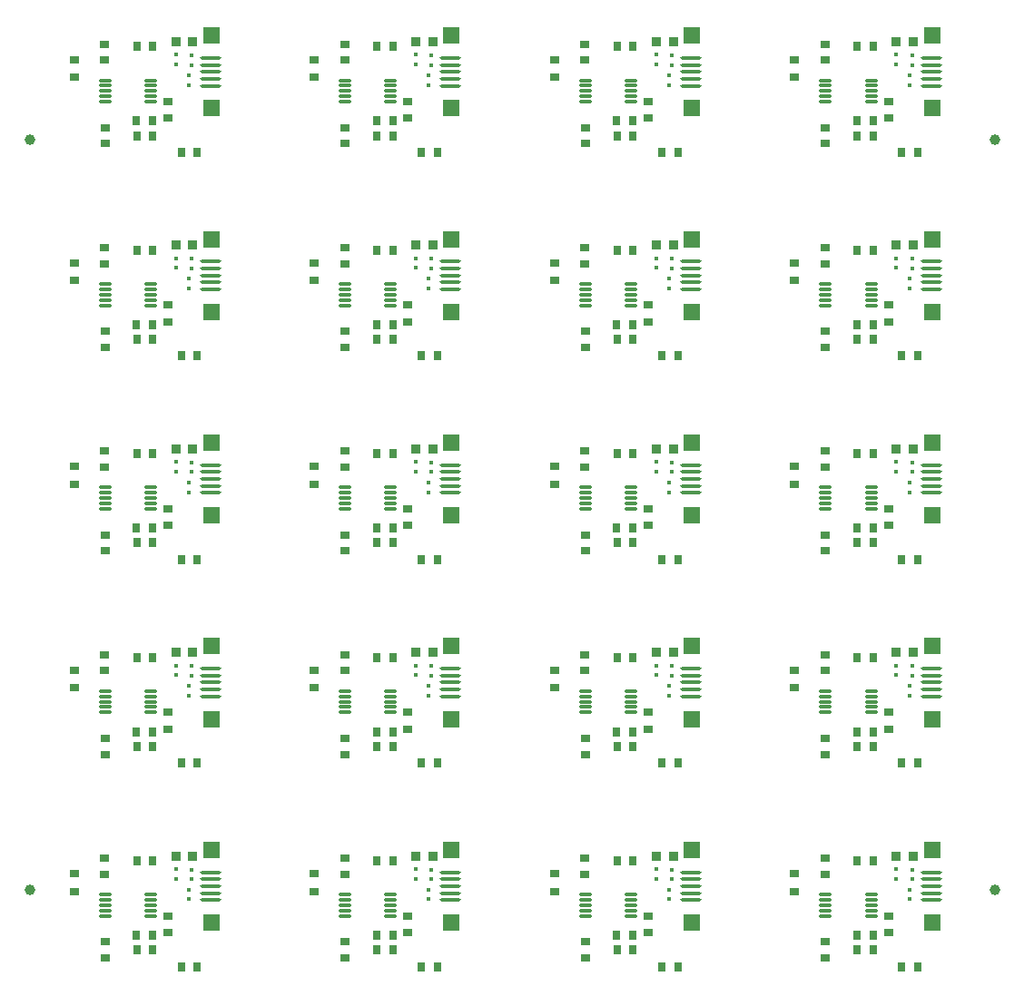
<source format=gbr>
%TF.GenerationSoftware,Altium Limited,Altium Designer,20.1.8 (145)*%
G04 Layer_Color=128*
%FSLAX45Y45*%
%MOMM*%
%TF.SameCoordinates,31433496-A159-4958-A2C2-D52C18178038*%
%TF.FilePolarity,Positive*%
%TF.FileFunction,Paste,Bot*%
%TF.Part,CustomerPanel*%
G01*
G75*
%TA.AperFunction,SMDPad,CuDef*%
%ADD10C,1.00000*%
%ADD17O,1.25000X0.30000*%
G04:AMPARAMS|DCode=18|XSize=1.6mm|YSize=1.6mm|CornerRadius=0.008mm|HoleSize=0mm|Usage=FLASHONLY|Rotation=270.000|XOffset=0mm|YOffset=0mm|HoleType=Round|Shape=RoundedRectangle|*
%AMROUNDEDRECTD18*
21,1,1.60000,1.58400,0,0,270.0*
21,1,1.58400,1.60000,0,0,270.0*
1,1,0.01600,-0.79200,-0.79200*
1,1,0.01600,-0.79200,0.79200*
1,1,0.01600,0.79200,0.79200*
1,1,0.01600,0.79200,-0.79200*
%
%ADD18ROUNDEDRECTD18*%
%TA.AperFunction,ConnectorPad*%
G04:AMPARAMS|DCode=19|XSize=0.35mm|YSize=2mm|CornerRadius=0.175mm|HoleSize=0mm|Usage=FLASHONLY|Rotation=270.000|XOffset=0mm|YOffset=0mm|HoleType=Round|Shape=RoundedRectangle|*
%AMROUNDEDRECTD19*
21,1,0.35000,1.65000,0,0,270.0*
21,1,0.00000,2.00000,0,0,270.0*
1,1,0.35000,-0.82500,0.00000*
1,1,0.35000,-0.82500,0.00000*
1,1,0.35000,0.82500,0.00000*
1,1,0.35000,0.82500,0.00000*
%
%ADD19ROUNDEDRECTD19*%
%TA.AperFunction,SMDPad,CuDef*%
G04:AMPARAMS|DCode=20|XSize=0.8mm|YSize=0.7mm|CornerRadius=0.0035mm|HoleSize=0mm|Usage=FLASHONLY|Rotation=0.000|XOffset=0mm|YOffset=0mm|HoleType=Round|Shape=RoundedRectangle|*
%AMROUNDEDRECTD20*
21,1,0.80000,0.69300,0,0,0.0*
21,1,0.79300,0.70000,0,0,0.0*
1,1,0.00700,0.39650,-0.34650*
1,1,0.00700,-0.39650,-0.34650*
1,1,0.00700,-0.39650,0.34650*
1,1,0.00700,0.39650,0.34650*
%
%ADD20ROUNDEDRECTD20*%
G04:AMPARAMS|DCode=21|XSize=0.85mm|YSize=0.75mm|CornerRadius=0.00375mm|HoleSize=0mm|Usage=FLASHONLY|Rotation=270.000|XOffset=0mm|YOffset=0mm|HoleType=Round|Shape=RoundedRectangle|*
%AMROUNDEDRECTD21*
21,1,0.85000,0.74250,0,0,270.0*
21,1,0.84250,0.75000,0,0,270.0*
1,1,0.00750,-0.37125,-0.42125*
1,1,0.00750,-0.37125,0.42125*
1,1,0.00750,0.37125,0.42125*
1,1,0.00750,0.37125,-0.42125*
%
%ADD21ROUNDEDRECTD21*%
G04:AMPARAMS|DCode=22|XSize=0.85mm|YSize=0.75mm|CornerRadius=0.00375mm|HoleSize=0mm|Usage=FLASHONLY|Rotation=0.000|XOffset=0mm|YOffset=0mm|HoleType=Round|Shape=RoundedRectangle|*
%AMROUNDEDRECTD22*
21,1,0.85000,0.74250,0,0,0.0*
21,1,0.84250,0.75000,0,0,0.0*
1,1,0.00750,0.42125,-0.37125*
1,1,0.00750,-0.42125,-0.37125*
1,1,0.00750,-0.42125,0.37125*
1,1,0.00750,0.42125,0.37125*
%
%ADD22ROUNDEDRECTD22*%
G04:AMPARAMS|DCode=23|XSize=0.8mm|YSize=0.7mm|CornerRadius=0.0035mm|HoleSize=0mm|Usage=FLASHONLY|Rotation=90.000|XOffset=0mm|YOffset=0mm|HoleType=Round|Shape=RoundedRectangle|*
%AMROUNDEDRECTD23*
21,1,0.80000,0.69300,0,0,90.0*
21,1,0.79300,0.70000,0,0,90.0*
1,1,0.00700,0.34650,0.39650*
1,1,0.00700,0.34650,-0.39650*
1,1,0.00700,-0.34650,-0.39650*
1,1,0.00700,-0.34650,0.39650*
%
%ADD23ROUNDEDRECTD23*%
G04:AMPARAMS|DCode=24|XSize=0.4mm|YSize=0.4mm|CornerRadius=0.002mm|HoleSize=0mm|Usage=FLASHONLY|Rotation=180.000|XOffset=0mm|YOffset=0mm|HoleType=Round|Shape=RoundedRectangle|*
%AMROUNDEDRECTD24*
21,1,0.40000,0.39600,0,0,180.0*
21,1,0.39600,0.40000,0,0,180.0*
1,1,0.00400,-0.19800,0.19800*
1,1,0.00400,0.19800,0.19800*
1,1,0.00400,0.19800,-0.19800*
1,1,0.00400,-0.19800,-0.19800*
%
%ADD24ROUNDEDRECTD24*%
G04:AMPARAMS|DCode=25|XSize=0.9mm|YSize=0.9mm|CornerRadius=0.045mm|HoleSize=0mm|Usage=FLASHONLY|Rotation=180.000|XOffset=0mm|YOffset=0mm|HoleType=Round|Shape=RoundedRectangle|*
%AMROUNDEDRECTD25*
21,1,0.90000,0.81000,0,0,180.0*
21,1,0.81000,0.90000,0,0,180.0*
1,1,0.09000,-0.40500,0.40500*
1,1,0.09000,0.40500,0.40500*
1,1,0.09000,0.40500,-0.40500*
1,1,0.09000,-0.40500,-0.40500*
%
%ADD25ROUNDEDRECTD25*%
D10*
X9500000Y8500000D02*
D03*
X500000D02*
D03*
X9500000Y1500000D02*
D03*
X500000D02*
D03*
D17*
X1627140Y1453300D02*
D03*
Y1403300D02*
D03*
Y1353300D02*
D03*
Y1303300D02*
D03*
Y1253300D02*
D03*
X1202140Y1453300D02*
D03*
Y1403300D02*
D03*
Y1353300D02*
D03*
Y1303300D02*
D03*
Y1253300D02*
D03*
X3867140Y1453300D02*
D03*
Y1403300D02*
D03*
Y1353300D02*
D03*
Y1303300D02*
D03*
Y1253300D02*
D03*
X3442140Y1453300D02*
D03*
Y1403300D02*
D03*
Y1353300D02*
D03*
Y1303300D02*
D03*
Y1253300D02*
D03*
X6107140Y1453300D02*
D03*
Y1403300D02*
D03*
Y1353300D02*
D03*
Y1303300D02*
D03*
Y1253300D02*
D03*
X5682141Y1453300D02*
D03*
Y1403300D02*
D03*
Y1353300D02*
D03*
Y1303300D02*
D03*
Y1253300D02*
D03*
X8347141Y1453300D02*
D03*
Y1403300D02*
D03*
Y1353300D02*
D03*
Y1303300D02*
D03*
Y1253300D02*
D03*
X7922141Y1453300D02*
D03*
Y1403300D02*
D03*
Y1353300D02*
D03*
Y1303300D02*
D03*
Y1253300D02*
D03*
X1627140Y3353300D02*
D03*
Y3303300D02*
D03*
Y3253300D02*
D03*
Y3203300D02*
D03*
Y3153300D02*
D03*
X1202140Y3353300D02*
D03*
Y3303300D02*
D03*
Y3253300D02*
D03*
Y3203300D02*
D03*
Y3153300D02*
D03*
X3867140Y3353300D02*
D03*
Y3303300D02*
D03*
Y3253300D02*
D03*
Y3203300D02*
D03*
Y3153300D02*
D03*
X3442140Y3353300D02*
D03*
Y3303300D02*
D03*
Y3253300D02*
D03*
Y3203300D02*
D03*
Y3153300D02*
D03*
X6107140Y3353300D02*
D03*
Y3303300D02*
D03*
Y3253300D02*
D03*
Y3203300D02*
D03*
Y3153300D02*
D03*
X5682141Y3353300D02*
D03*
Y3303300D02*
D03*
Y3253300D02*
D03*
Y3203300D02*
D03*
Y3153300D02*
D03*
X8347141Y3353300D02*
D03*
Y3303300D02*
D03*
Y3253300D02*
D03*
Y3203300D02*
D03*
Y3153300D02*
D03*
X7922141Y3353300D02*
D03*
Y3303300D02*
D03*
Y3253300D02*
D03*
Y3203300D02*
D03*
Y3153300D02*
D03*
X1627140Y5253300D02*
D03*
Y5203300D02*
D03*
Y5153300D02*
D03*
Y5103300D02*
D03*
Y5053300D02*
D03*
X1202140Y5253300D02*
D03*
Y5203300D02*
D03*
Y5153300D02*
D03*
Y5103300D02*
D03*
Y5053300D02*
D03*
X3867140Y5253300D02*
D03*
Y5203300D02*
D03*
Y5153300D02*
D03*
Y5103300D02*
D03*
Y5053300D02*
D03*
X3442140Y5253300D02*
D03*
Y5203300D02*
D03*
Y5153300D02*
D03*
Y5103300D02*
D03*
Y5053300D02*
D03*
X6107140Y5253300D02*
D03*
Y5203300D02*
D03*
Y5153300D02*
D03*
Y5103300D02*
D03*
Y5053300D02*
D03*
X5682141Y5253300D02*
D03*
Y5203300D02*
D03*
Y5153300D02*
D03*
Y5103300D02*
D03*
Y5053300D02*
D03*
X8347141Y5253300D02*
D03*
Y5203300D02*
D03*
Y5153300D02*
D03*
Y5103300D02*
D03*
Y5053300D02*
D03*
X7922141Y5253300D02*
D03*
Y5203300D02*
D03*
Y5153300D02*
D03*
Y5103300D02*
D03*
Y5053300D02*
D03*
X1627140Y7153300D02*
D03*
Y7103300D02*
D03*
Y7053300D02*
D03*
Y7003300D02*
D03*
Y6953300D02*
D03*
X1202140Y7153300D02*
D03*
Y7103300D02*
D03*
Y7053300D02*
D03*
Y7003300D02*
D03*
Y6953300D02*
D03*
X3867140Y7153300D02*
D03*
Y7103300D02*
D03*
Y7053300D02*
D03*
Y7003300D02*
D03*
Y6953300D02*
D03*
X3442140Y7153300D02*
D03*
Y7103300D02*
D03*
Y7053300D02*
D03*
Y7003300D02*
D03*
Y6953300D02*
D03*
X6107140Y7153300D02*
D03*
Y7103300D02*
D03*
Y7053300D02*
D03*
Y7003300D02*
D03*
Y6953300D02*
D03*
X5682141Y7153300D02*
D03*
Y7103300D02*
D03*
Y7053300D02*
D03*
Y7003300D02*
D03*
Y6953300D02*
D03*
X8347141Y7153300D02*
D03*
Y7103300D02*
D03*
Y7053300D02*
D03*
Y7003300D02*
D03*
Y6953300D02*
D03*
X7922141Y7153300D02*
D03*
Y7103300D02*
D03*
Y7053300D02*
D03*
Y7003300D02*
D03*
Y6953300D02*
D03*
X1627140Y9053300D02*
D03*
Y9003300D02*
D03*
Y8953300D02*
D03*
Y8903300D02*
D03*
Y8853300D02*
D03*
X1202140Y9053300D02*
D03*
Y9003300D02*
D03*
Y8953300D02*
D03*
Y8903300D02*
D03*
Y8853300D02*
D03*
X3867140Y9053300D02*
D03*
Y9003300D02*
D03*
Y8953300D02*
D03*
Y8903300D02*
D03*
Y8853300D02*
D03*
X3442140Y9053300D02*
D03*
Y9003300D02*
D03*
Y8953300D02*
D03*
Y8903300D02*
D03*
Y8853300D02*
D03*
X6107140Y9053300D02*
D03*
Y9003300D02*
D03*
Y8953300D02*
D03*
Y8903300D02*
D03*
Y8853300D02*
D03*
X5682141Y9053300D02*
D03*
Y9003300D02*
D03*
Y8953300D02*
D03*
Y8903300D02*
D03*
Y8853300D02*
D03*
X8347141Y9053300D02*
D03*
Y9003300D02*
D03*
Y8953300D02*
D03*
Y8903300D02*
D03*
Y8853300D02*
D03*
X7922141Y9053300D02*
D03*
Y9003300D02*
D03*
Y8953300D02*
D03*
Y8903300D02*
D03*
Y8853300D02*
D03*
D18*
X2193480Y1192000D02*
D03*
Y1872000D02*
D03*
X4433480Y1192000D02*
D03*
Y1872000D02*
D03*
X6673480Y1192000D02*
D03*
Y1872000D02*
D03*
X8913480Y1192000D02*
D03*
Y1872000D02*
D03*
X2193480Y3092000D02*
D03*
Y3772000D02*
D03*
X4433480Y3092000D02*
D03*
Y3772000D02*
D03*
X6673480Y3092000D02*
D03*
Y3772000D02*
D03*
X8913480Y3092000D02*
D03*
Y3772000D02*
D03*
X2193480Y4992000D02*
D03*
Y5672000D02*
D03*
X4433480Y4992000D02*
D03*
Y5672000D02*
D03*
X6673480Y4992000D02*
D03*
Y5672000D02*
D03*
X8913480Y4992000D02*
D03*
Y5672000D02*
D03*
X2193480Y6892000D02*
D03*
Y7572000D02*
D03*
X4433480Y6892000D02*
D03*
Y7572000D02*
D03*
X6673480Y6892000D02*
D03*
Y7572000D02*
D03*
X8913480Y6892000D02*
D03*
Y7572000D02*
D03*
X2193480Y8792000D02*
D03*
Y9472000D02*
D03*
X4433480Y8792000D02*
D03*
Y9472000D02*
D03*
X6673480Y8792000D02*
D03*
Y9472000D02*
D03*
X8913480Y8792000D02*
D03*
Y9472000D02*
D03*
D19*
X2185980Y1402000D02*
D03*
Y1467000D02*
D03*
Y1532000D02*
D03*
Y1662000D02*
D03*
Y1597000D02*
D03*
X4425980Y1402000D02*
D03*
Y1467000D02*
D03*
Y1532000D02*
D03*
Y1662000D02*
D03*
Y1597000D02*
D03*
X6665980Y1402000D02*
D03*
Y1467000D02*
D03*
Y1532000D02*
D03*
Y1662000D02*
D03*
Y1597000D02*
D03*
X8905980Y1402000D02*
D03*
Y1467000D02*
D03*
Y1532000D02*
D03*
Y1662000D02*
D03*
Y1597000D02*
D03*
X2185980Y3302000D02*
D03*
Y3367000D02*
D03*
Y3432000D02*
D03*
Y3562000D02*
D03*
Y3497000D02*
D03*
X4425980Y3302000D02*
D03*
Y3367000D02*
D03*
Y3432000D02*
D03*
Y3562000D02*
D03*
Y3497000D02*
D03*
X6665980Y3302000D02*
D03*
Y3367000D02*
D03*
Y3432000D02*
D03*
Y3562000D02*
D03*
Y3497000D02*
D03*
X8905980Y3302000D02*
D03*
Y3367000D02*
D03*
Y3432000D02*
D03*
Y3562000D02*
D03*
Y3497000D02*
D03*
X2185980Y5202000D02*
D03*
Y5267000D02*
D03*
Y5332000D02*
D03*
Y5462000D02*
D03*
Y5397000D02*
D03*
X4425980Y5202000D02*
D03*
Y5267000D02*
D03*
Y5332000D02*
D03*
Y5462000D02*
D03*
Y5397000D02*
D03*
X6665980Y5202000D02*
D03*
Y5267000D02*
D03*
Y5332000D02*
D03*
Y5462000D02*
D03*
Y5397000D02*
D03*
X8905980Y5202000D02*
D03*
Y5267000D02*
D03*
Y5332000D02*
D03*
Y5462000D02*
D03*
Y5397000D02*
D03*
X2185980Y7102000D02*
D03*
Y7167000D02*
D03*
Y7232000D02*
D03*
Y7362000D02*
D03*
Y7297000D02*
D03*
X4425980Y7102000D02*
D03*
Y7167000D02*
D03*
Y7232000D02*
D03*
Y7362000D02*
D03*
Y7297000D02*
D03*
X6665980Y7102000D02*
D03*
Y7167000D02*
D03*
Y7232000D02*
D03*
Y7362000D02*
D03*
Y7297000D02*
D03*
X8905980Y7102000D02*
D03*
Y7167000D02*
D03*
Y7232000D02*
D03*
Y7362000D02*
D03*
Y7297000D02*
D03*
X2185980Y9002000D02*
D03*
Y9067000D02*
D03*
Y9132000D02*
D03*
Y9262000D02*
D03*
Y9197000D02*
D03*
X4425980Y9002000D02*
D03*
Y9067000D02*
D03*
Y9132000D02*
D03*
Y9262000D02*
D03*
Y9197000D02*
D03*
X6665980Y9002000D02*
D03*
Y9067000D02*
D03*
Y9132000D02*
D03*
Y9262000D02*
D03*
Y9197000D02*
D03*
X8905980Y9002000D02*
D03*
Y9067000D02*
D03*
Y9132000D02*
D03*
Y9262000D02*
D03*
Y9197000D02*
D03*
D20*
X913780Y1648165D02*
D03*
Y1483165D02*
D03*
X1202140Y1011776D02*
D03*
Y861776D02*
D03*
X1197800Y1792125D02*
D03*
Y1642125D02*
D03*
X3153780Y1648165D02*
D03*
Y1483165D02*
D03*
X3442140Y1011776D02*
D03*
Y861776D02*
D03*
X3437800Y1792125D02*
D03*
Y1642125D02*
D03*
X5393780Y1648165D02*
D03*
Y1483165D02*
D03*
X5682141Y1011776D02*
D03*
Y861776D02*
D03*
X5677800Y1792125D02*
D03*
Y1642125D02*
D03*
X7633780Y1648165D02*
D03*
Y1483165D02*
D03*
X7922141Y1011776D02*
D03*
Y861776D02*
D03*
X7917800Y1792125D02*
D03*
Y1642125D02*
D03*
X913780Y3548165D02*
D03*
Y3383165D02*
D03*
X1202140Y2911776D02*
D03*
Y2761776D02*
D03*
X1197800Y3692125D02*
D03*
Y3542125D02*
D03*
X3153780Y3548165D02*
D03*
Y3383165D02*
D03*
X3442140Y2911776D02*
D03*
Y2761776D02*
D03*
X3437800Y3692125D02*
D03*
Y3542125D02*
D03*
X5393780Y3548165D02*
D03*
Y3383165D02*
D03*
X5682141Y2911776D02*
D03*
Y2761776D02*
D03*
X5677800Y3692125D02*
D03*
Y3542125D02*
D03*
X7633780Y3548165D02*
D03*
Y3383165D02*
D03*
X7922141Y2911776D02*
D03*
Y2761776D02*
D03*
X7917800Y3692125D02*
D03*
Y3542125D02*
D03*
X913780Y5448165D02*
D03*
Y5283165D02*
D03*
X1202140Y4811776D02*
D03*
Y4661776D02*
D03*
X1197800Y5592125D02*
D03*
Y5442125D02*
D03*
X3153780Y5448165D02*
D03*
Y5283165D02*
D03*
X3442140Y4811776D02*
D03*
Y4661776D02*
D03*
X3437800Y5592125D02*
D03*
Y5442125D02*
D03*
X5393780Y5448165D02*
D03*
Y5283165D02*
D03*
X5682141Y4811776D02*
D03*
Y4661776D02*
D03*
X5677800Y5592125D02*
D03*
Y5442125D02*
D03*
X7633780Y5448165D02*
D03*
Y5283165D02*
D03*
X7922141Y4811776D02*
D03*
Y4661776D02*
D03*
X7917800Y5592125D02*
D03*
Y5442125D02*
D03*
X913780Y7348165D02*
D03*
Y7183165D02*
D03*
X1202140Y6711776D02*
D03*
Y6561776D02*
D03*
X1197800Y7492125D02*
D03*
Y7342125D02*
D03*
X3153780Y7348165D02*
D03*
Y7183165D02*
D03*
X3442140Y6711776D02*
D03*
Y6561776D02*
D03*
X3437800Y7492125D02*
D03*
Y7342125D02*
D03*
X5393780Y7348165D02*
D03*
Y7183165D02*
D03*
X5682141Y6711776D02*
D03*
Y6561776D02*
D03*
X5677800Y7492125D02*
D03*
Y7342125D02*
D03*
X7633780Y7348165D02*
D03*
Y7183165D02*
D03*
X7922141Y6711776D02*
D03*
Y6561776D02*
D03*
X7917800Y7492125D02*
D03*
Y7342125D02*
D03*
X913780Y9248165D02*
D03*
Y9083165D02*
D03*
X1202140Y8611776D02*
D03*
Y8461776D02*
D03*
X1197800Y9392125D02*
D03*
Y9242125D02*
D03*
X3153780Y9248165D02*
D03*
Y9083165D02*
D03*
X3442140Y8611776D02*
D03*
Y8461776D02*
D03*
X3437800Y9392125D02*
D03*
Y9242125D02*
D03*
X5393780Y9248165D02*
D03*
Y9083165D02*
D03*
X5682141Y8611776D02*
D03*
Y8461776D02*
D03*
X5677800Y9392125D02*
D03*
Y9242125D02*
D03*
X7633780Y9248165D02*
D03*
Y9083165D02*
D03*
X7922141Y8611776D02*
D03*
Y8461776D02*
D03*
X7917800Y9392125D02*
D03*
Y9242125D02*
D03*
D21*
X1647080Y1074127D02*
D03*
X1492080D02*
D03*
X3887080D02*
D03*
X3732080D02*
D03*
X6127080D02*
D03*
X5972081D02*
D03*
X8367081D02*
D03*
X8212081D02*
D03*
X1647080Y2974127D02*
D03*
X1492080D02*
D03*
X3887080D02*
D03*
X3732080D02*
D03*
X6127080D02*
D03*
X5972081D02*
D03*
X8367081D02*
D03*
X8212081D02*
D03*
X1647080Y4874127D02*
D03*
X1492080D02*
D03*
X3887080D02*
D03*
X3732080D02*
D03*
X6127080D02*
D03*
X5972081D02*
D03*
X8367081D02*
D03*
X8212081D02*
D03*
X1647080Y6774127D02*
D03*
X1492080D02*
D03*
X3887080D02*
D03*
X3732080D02*
D03*
X6127080D02*
D03*
X5972081D02*
D03*
X8367081D02*
D03*
X8212081D02*
D03*
X1647080Y8674127D02*
D03*
X1492080D02*
D03*
X3887080D02*
D03*
X3732080D02*
D03*
X6127080D02*
D03*
X5972081D02*
D03*
X8367081D02*
D03*
X8212081D02*
D03*
D22*
X1787639Y1100012D02*
D03*
Y1255011D02*
D03*
X4027639Y1100012D02*
D03*
Y1255011D02*
D03*
X6267639Y1100012D02*
D03*
Y1255011D02*
D03*
X8507639Y1100012D02*
D03*
Y1255011D02*
D03*
X1787639Y3000012D02*
D03*
Y3155011D02*
D03*
X4027639Y3000012D02*
D03*
Y3155011D02*
D03*
X6267639Y3000012D02*
D03*
Y3155011D02*
D03*
X8507639Y3000012D02*
D03*
Y3155011D02*
D03*
X1787639Y4900012D02*
D03*
Y5055011D02*
D03*
X4027639Y4900012D02*
D03*
Y5055011D02*
D03*
X6267639Y4900012D02*
D03*
Y5055011D02*
D03*
X8507639Y4900012D02*
D03*
Y5055011D02*
D03*
X1787639Y6800012D02*
D03*
Y6955011D02*
D03*
X4027639Y6800012D02*
D03*
Y6955011D02*
D03*
X6267639Y6800012D02*
D03*
Y6955011D02*
D03*
X8507639Y6800012D02*
D03*
Y6955011D02*
D03*
X1787639Y8700012D02*
D03*
Y8855011D02*
D03*
X4027639Y8700012D02*
D03*
Y8855011D02*
D03*
X6267639Y8700012D02*
D03*
Y8855011D02*
D03*
X8507639Y8700012D02*
D03*
Y8855011D02*
D03*
D23*
X1497460Y1767860D02*
D03*
X1647460D02*
D03*
X2063750Y781000D02*
D03*
X1913750D02*
D03*
X1497080Y936776D02*
D03*
X1647080D02*
D03*
X3737460Y1767860D02*
D03*
X3887460D02*
D03*
X4303750Y781000D02*
D03*
X4153750D02*
D03*
X3737080Y936776D02*
D03*
X3887080D02*
D03*
X5977460Y1767860D02*
D03*
X6127460D02*
D03*
X6543750Y781000D02*
D03*
X6393750D02*
D03*
X5977080Y936776D02*
D03*
X6127080D02*
D03*
X8217460Y1767860D02*
D03*
X8367460D02*
D03*
X8783750Y781000D02*
D03*
X8633750D02*
D03*
X8217080Y936776D02*
D03*
X8367081D02*
D03*
X1497460Y3667860D02*
D03*
X1647460D02*
D03*
X2063750Y2681000D02*
D03*
X1913750D02*
D03*
X1497080Y2836776D02*
D03*
X1647080D02*
D03*
X3737460Y3667860D02*
D03*
X3887460D02*
D03*
X4303750Y2681000D02*
D03*
X4153750D02*
D03*
X3737080Y2836776D02*
D03*
X3887080D02*
D03*
X5977460Y3667860D02*
D03*
X6127460D02*
D03*
X6543750Y2681000D02*
D03*
X6393750D02*
D03*
X5977080Y2836776D02*
D03*
X6127080D02*
D03*
X8217460Y3667860D02*
D03*
X8367460D02*
D03*
X8783750Y2681000D02*
D03*
X8633750D02*
D03*
X8217080Y2836776D02*
D03*
X8367081D02*
D03*
X1497460Y5567860D02*
D03*
X1647460D02*
D03*
X2063750Y4581000D02*
D03*
X1913750D02*
D03*
X1497080Y4736776D02*
D03*
X1647080D02*
D03*
X3737460Y5567860D02*
D03*
X3887460D02*
D03*
X4303750Y4581000D02*
D03*
X4153750D02*
D03*
X3737080Y4736776D02*
D03*
X3887080D02*
D03*
X5977460Y5567860D02*
D03*
X6127460D02*
D03*
X6543750Y4581000D02*
D03*
X6393750D02*
D03*
X5977080Y4736776D02*
D03*
X6127080D02*
D03*
X8217460Y5567860D02*
D03*
X8367460D02*
D03*
X8783750Y4581000D02*
D03*
X8633750D02*
D03*
X8217080Y4736776D02*
D03*
X8367081D02*
D03*
X1497460Y7467860D02*
D03*
X1647460D02*
D03*
X2063750Y6481000D02*
D03*
X1913750D02*
D03*
X1497080Y6636776D02*
D03*
X1647080D02*
D03*
X3737460Y7467860D02*
D03*
X3887460D02*
D03*
X4303750Y6481000D02*
D03*
X4153750D02*
D03*
X3737080Y6636776D02*
D03*
X3887080D02*
D03*
X5977460Y7467860D02*
D03*
X6127460D02*
D03*
X6543750Y6481000D02*
D03*
X6393750D02*
D03*
X5977080Y6636776D02*
D03*
X6127080D02*
D03*
X8217460Y7467860D02*
D03*
X8367460D02*
D03*
X8783750Y6481000D02*
D03*
X8633750D02*
D03*
X8217080Y6636776D02*
D03*
X8367081D02*
D03*
X1497460Y9367860D02*
D03*
X1647460D02*
D03*
X2063750Y8381000D02*
D03*
X1913750D02*
D03*
X1497080Y8536776D02*
D03*
X1647080D02*
D03*
X3737460Y9367860D02*
D03*
X3887460D02*
D03*
X4303750Y8381000D02*
D03*
X4153750D02*
D03*
X3737080Y8536776D02*
D03*
X3887080D02*
D03*
X5977460Y9367860D02*
D03*
X6127460D02*
D03*
X6543750Y8381000D02*
D03*
X6393750D02*
D03*
X5977080Y8536776D02*
D03*
X6127080D02*
D03*
X8217460Y9367860D02*
D03*
X8367460D02*
D03*
X8783750Y8381000D02*
D03*
X8633750D02*
D03*
X8217080Y8536776D02*
D03*
X8367081D02*
D03*
D24*
X1982848Y1499620D02*
D03*
Y1409620D02*
D03*
X2008248Y1687000D02*
D03*
Y1597001D02*
D03*
X1861440Y1692080D02*
D03*
Y1602080D02*
D03*
X4222848Y1499620D02*
D03*
Y1409620D02*
D03*
X4248248Y1687000D02*
D03*
Y1597001D02*
D03*
X4101440Y1692080D02*
D03*
Y1602080D02*
D03*
X6462848Y1499620D02*
D03*
Y1409620D02*
D03*
X6488248Y1687000D02*
D03*
Y1597001D02*
D03*
X6341440Y1692080D02*
D03*
Y1602080D02*
D03*
X8702848Y1499620D02*
D03*
Y1409620D02*
D03*
X8728248Y1687000D02*
D03*
Y1597001D02*
D03*
X8581440Y1692080D02*
D03*
Y1602080D02*
D03*
X1982848Y3399620D02*
D03*
Y3309620D02*
D03*
X2008248Y3587000D02*
D03*
Y3497001D02*
D03*
X1861440Y3592080D02*
D03*
Y3502080D02*
D03*
X4222848Y3399620D02*
D03*
Y3309620D02*
D03*
X4248248Y3587000D02*
D03*
Y3497001D02*
D03*
X4101440Y3592080D02*
D03*
Y3502080D02*
D03*
X6462848Y3399620D02*
D03*
Y3309620D02*
D03*
X6488248Y3587000D02*
D03*
Y3497001D02*
D03*
X6341440Y3592080D02*
D03*
Y3502080D02*
D03*
X8702848Y3399620D02*
D03*
Y3309620D02*
D03*
X8728248Y3587000D02*
D03*
Y3497001D02*
D03*
X8581440Y3592080D02*
D03*
Y3502080D02*
D03*
X1982848Y5299620D02*
D03*
Y5209620D02*
D03*
X2008248Y5487000D02*
D03*
Y5397001D02*
D03*
X1861440Y5492080D02*
D03*
Y5402080D02*
D03*
X4222848Y5299620D02*
D03*
Y5209620D02*
D03*
X4248248Y5487000D02*
D03*
Y5397001D02*
D03*
X4101440Y5492080D02*
D03*
Y5402080D02*
D03*
X6462848Y5299620D02*
D03*
Y5209620D02*
D03*
X6488248Y5487000D02*
D03*
Y5397001D02*
D03*
X6341440Y5492080D02*
D03*
Y5402080D02*
D03*
X8702848Y5299620D02*
D03*
Y5209620D02*
D03*
X8728248Y5487000D02*
D03*
Y5397001D02*
D03*
X8581440Y5492080D02*
D03*
Y5402080D02*
D03*
X1982848Y7199620D02*
D03*
Y7109620D02*
D03*
X2008248Y7387000D02*
D03*
Y7297001D02*
D03*
X1861440Y7392080D02*
D03*
Y7302080D02*
D03*
X4222848Y7199620D02*
D03*
Y7109620D02*
D03*
X4248248Y7387000D02*
D03*
Y7297001D02*
D03*
X4101440Y7392080D02*
D03*
Y7302080D02*
D03*
X6462848Y7199620D02*
D03*
Y7109620D02*
D03*
X6488248Y7387000D02*
D03*
Y7297001D02*
D03*
X6341440Y7392080D02*
D03*
Y7302080D02*
D03*
X8702848Y7199620D02*
D03*
Y7109620D02*
D03*
X8728248Y7387000D02*
D03*
Y7297001D02*
D03*
X8581440Y7392080D02*
D03*
Y7302080D02*
D03*
X1982848Y9099620D02*
D03*
Y9009620D02*
D03*
X2008248Y9287000D02*
D03*
Y9197001D02*
D03*
X1861440Y9292080D02*
D03*
Y9202080D02*
D03*
X4222848Y9099620D02*
D03*
Y9009620D02*
D03*
X4248248Y9287000D02*
D03*
Y9197001D02*
D03*
X4101440Y9292080D02*
D03*
Y9202080D02*
D03*
X6462848Y9099620D02*
D03*
Y9009620D02*
D03*
X6488248Y9287000D02*
D03*
Y9197001D02*
D03*
X6341440Y9292080D02*
D03*
Y9202080D02*
D03*
X8702848Y9099620D02*
D03*
Y9009620D02*
D03*
X8728248Y9287000D02*
D03*
Y9197001D02*
D03*
X8581440Y9292080D02*
D03*
Y9202080D02*
D03*
D25*
X1861140Y1812860D02*
D03*
X2021140D02*
D03*
X4101140D02*
D03*
X4261140D02*
D03*
X6341140D02*
D03*
X6501140D02*
D03*
X8581140D02*
D03*
X8741140D02*
D03*
X1861140Y3712860D02*
D03*
X2021140D02*
D03*
X4101140D02*
D03*
X4261140D02*
D03*
X6341140D02*
D03*
X6501140D02*
D03*
X8581140D02*
D03*
X8741140D02*
D03*
X1861140Y5612860D02*
D03*
X2021140D02*
D03*
X4101140D02*
D03*
X4261140D02*
D03*
X6341140D02*
D03*
X6501140D02*
D03*
X8581140D02*
D03*
X8741140D02*
D03*
X1861140Y7512860D02*
D03*
X2021140D02*
D03*
X4101140D02*
D03*
X4261140D02*
D03*
X6341140D02*
D03*
X6501140D02*
D03*
X8581140D02*
D03*
X8741140D02*
D03*
X1861140Y9412860D02*
D03*
X2021140D02*
D03*
X4101140D02*
D03*
X4261140D02*
D03*
X6341140D02*
D03*
X6501140D02*
D03*
X8581140D02*
D03*
X8741140D02*
D03*
%TF.MD5,67adf45aa17e4250ae4a488572df287a*%
M02*

</source>
